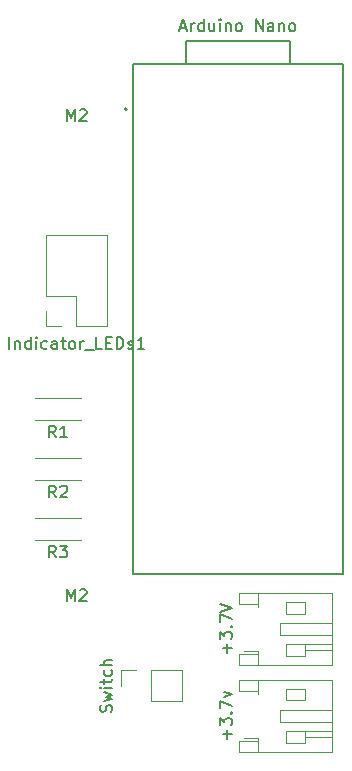
<source format=gbr>
%TF.GenerationSoftware,KiCad,Pcbnew,(6.0.6)*%
%TF.CreationDate,2022-07-20T09:39:35-07:00*%
%TF.ProjectId,ElectronicEggDrop,456c6563-7472-46f6-9e69-634567674472,rev?*%
%TF.SameCoordinates,Original*%
%TF.FileFunction,Legend,Top*%
%TF.FilePolarity,Positive*%
%FSLAX46Y46*%
G04 Gerber Fmt 4.6, Leading zero omitted, Abs format (unit mm)*
G04 Created by KiCad (PCBNEW (6.0.6)) date 2022-07-20 09:39:35*
%MOMM*%
%LPD*%
G01*
G04 APERTURE LIST*
%ADD10C,0.150000*%
%ADD11C,0.127000*%
%ADD12C,0.200000*%
%ADD13C,0.120000*%
G04 APERTURE END LIST*
D10*
X116030476Y-127452380D02*
X116030476Y-126452380D01*
X116363809Y-127166666D01*
X116697142Y-126452380D01*
X116697142Y-127452380D01*
X117125714Y-126547619D02*
X117173333Y-126500000D01*
X117268571Y-126452380D01*
X117506666Y-126452380D01*
X117601904Y-126500000D01*
X117649523Y-126547619D01*
X117697142Y-126642857D01*
X117697142Y-126738095D01*
X117649523Y-126880952D01*
X117078095Y-127452380D01*
X117697142Y-127452380D01*
X116030476Y-86812380D02*
X116030476Y-85812380D01*
X116363809Y-86526666D01*
X116697142Y-85812380D01*
X116697142Y-86812380D01*
X117125714Y-85907619D02*
X117173333Y-85860000D01*
X117268571Y-85812380D01*
X117506666Y-85812380D01*
X117601904Y-85860000D01*
X117649523Y-85907619D01*
X117697142Y-86002857D01*
X117697142Y-86098095D01*
X117649523Y-86240952D01*
X117078095Y-86812380D01*
X117697142Y-86812380D01*
%TO.C,Arduino Nano*%
X125653880Y-78906666D02*
X126130070Y-78906666D01*
X125558642Y-79192380D02*
X125891975Y-78192380D01*
X126225308Y-79192380D01*
X126558642Y-79192380D02*
X126558642Y-78525714D01*
X126558642Y-78716190D02*
X126606261Y-78620952D01*
X126653880Y-78573333D01*
X126749118Y-78525714D01*
X126844356Y-78525714D01*
X127606261Y-79192380D02*
X127606261Y-78192380D01*
X127606261Y-79144761D02*
X127511023Y-79192380D01*
X127320546Y-79192380D01*
X127225308Y-79144761D01*
X127177689Y-79097142D01*
X127130070Y-79001904D01*
X127130070Y-78716190D01*
X127177689Y-78620952D01*
X127225308Y-78573333D01*
X127320546Y-78525714D01*
X127511023Y-78525714D01*
X127606261Y-78573333D01*
X128511023Y-78525714D02*
X128511023Y-79192380D01*
X128082451Y-78525714D02*
X128082451Y-79049523D01*
X128130070Y-79144761D01*
X128225308Y-79192380D01*
X128368165Y-79192380D01*
X128463403Y-79144761D01*
X128511023Y-79097142D01*
X128987213Y-79192380D02*
X128987213Y-78525714D01*
X128987213Y-78192380D02*
X128939594Y-78240000D01*
X128987213Y-78287619D01*
X129034832Y-78240000D01*
X128987213Y-78192380D01*
X128987213Y-78287619D01*
X129463403Y-78525714D02*
X129463403Y-79192380D01*
X129463403Y-78620952D02*
X129511023Y-78573333D01*
X129606261Y-78525714D01*
X129749118Y-78525714D01*
X129844356Y-78573333D01*
X129891975Y-78668571D01*
X129891975Y-79192380D01*
X130511023Y-79192380D02*
X130415784Y-79144761D01*
X130368165Y-79097142D01*
X130320546Y-79001904D01*
X130320546Y-78716190D01*
X130368165Y-78620952D01*
X130415784Y-78573333D01*
X130511023Y-78525714D01*
X130653880Y-78525714D01*
X130749118Y-78573333D01*
X130796737Y-78620952D01*
X130844356Y-78716190D01*
X130844356Y-79001904D01*
X130796737Y-79097142D01*
X130749118Y-79144761D01*
X130653880Y-79192380D01*
X130511023Y-79192380D01*
X132034832Y-79192380D02*
X132034832Y-78192380D01*
X132606261Y-79192380D01*
X132606261Y-78192380D01*
X133511023Y-79192380D02*
X133511023Y-78668571D01*
X133463403Y-78573333D01*
X133368165Y-78525714D01*
X133177689Y-78525714D01*
X133082451Y-78573333D01*
X133511023Y-79144761D02*
X133415784Y-79192380D01*
X133177689Y-79192380D01*
X133082451Y-79144761D01*
X133034832Y-79049523D01*
X133034832Y-78954285D01*
X133082451Y-78859047D01*
X133177689Y-78811428D01*
X133415784Y-78811428D01*
X133511023Y-78763809D01*
X133987213Y-78525714D02*
X133987213Y-79192380D01*
X133987213Y-78620952D02*
X134034832Y-78573333D01*
X134130070Y-78525714D01*
X134272927Y-78525714D01*
X134368165Y-78573333D01*
X134415784Y-78668571D01*
X134415784Y-79192380D01*
X135034832Y-79192380D02*
X134939594Y-79144761D01*
X134891975Y-79097142D01*
X134844356Y-79001904D01*
X134844356Y-78716190D01*
X134891975Y-78620952D01*
X134939594Y-78573333D01*
X135034832Y-78525714D01*
X135177689Y-78525714D01*
X135272927Y-78573333D01*
X135320546Y-78620952D01*
X135368165Y-78716190D01*
X135368165Y-79001904D01*
X135320546Y-79097142D01*
X135272927Y-79144761D01*
X135177689Y-79192380D01*
X135034832Y-79192380D01*
%TO.C,+3.7v*%
X129601428Y-139112380D02*
X129601428Y-138350476D01*
X129982380Y-138731428D02*
X129220476Y-138731428D01*
X128982380Y-137969523D02*
X128982380Y-137350476D01*
X129363333Y-137683809D01*
X129363333Y-137540952D01*
X129410952Y-137445714D01*
X129458571Y-137398095D01*
X129553809Y-137350476D01*
X129791904Y-137350476D01*
X129887142Y-137398095D01*
X129934761Y-137445714D01*
X129982380Y-137540952D01*
X129982380Y-137826666D01*
X129934761Y-137921904D01*
X129887142Y-137969523D01*
X129887142Y-136921904D02*
X129934761Y-136874285D01*
X129982380Y-136921904D01*
X129934761Y-136969523D01*
X129887142Y-136921904D01*
X129982380Y-136921904D01*
X128982380Y-136540952D02*
X128982380Y-135874285D01*
X129982380Y-136302857D01*
X129315714Y-135588571D02*
X129982380Y-135350476D01*
X129315714Y-135112380D01*
%TO.C,R2*%
X115104356Y-118663597D02*
X114771023Y-118187407D01*
X114532927Y-118663597D02*
X114532927Y-117663597D01*
X114913880Y-117663597D01*
X115009118Y-117711217D01*
X115056737Y-117758836D01*
X115104356Y-117854074D01*
X115104356Y-117996931D01*
X115056737Y-118092169D01*
X115009118Y-118139788D01*
X114913880Y-118187407D01*
X114532927Y-118187407D01*
X115485308Y-117758836D02*
X115532927Y-117711217D01*
X115628165Y-117663597D01*
X115866261Y-117663597D01*
X115961499Y-117711217D01*
X116009118Y-117758836D01*
X116056737Y-117854074D01*
X116056737Y-117949312D01*
X116009118Y-118092169D01*
X115437689Y-118663597D01*
X116056737Y-118663597D01*
%TO.C,Indicator_LEDs1*%
X111149523Y-106092380D02*
X111149523Y-105092380D01*
X111625714Y-105425714D02*
X111625714Y-106092380D01*
X111625714Y-105520952D02*
X111673333Y-105473333D01*
X111768571Y-105425714D01*
X111911428Y-105425714D01*
X112006666Y-105473333D01*
X112054285Y-105568571D01*
X112054285Y-106092380D01*
X112959047Y-106092380D02*
X112959047Y-105092380D01*
X112959047Y-106044761D02*
X112863809Y-106092380D01*
X112673333Y-106092380D01*
X112578095Y-106044761D01*
X112530476Y-105997142D01*
X112482857Y-105901904D01*
X112482857Y-105616190D01*
X112530476Y-105520952D01*
X112578095Y-105473333D01*
X112673333Y-105425714D01*
X112863809Y-105425714D01*
X112959047Y-105473333D01*
X113435238Y-106092380D02*
X113435238Y-105425714D01*
X113435238Y-105092380D02*
X113387619Y-105140000D01*
X113435238Y-105187619D01*
X113482857Y-105140000D01*
X113435238Y-105092380D01*
X113435238Y-105187619D01*
X114340000Y-106044761D02*
X114244761Y-106092380D01*
X114054285Y-106092380D01*
X113959047Y-106044761D01*
X113911428Y-105997142D01*
X113863809Y-105901904D01*
X113863809Y-105616190D01*
X113911428Y-105520952D01*
X113959047Y-105473333D01*
X114054285Y-105425714D01*
X114244761Y-105425714D01*
X114340000Y-105473333D01*
X115197142Y-106092380D02*
X115197142Y-105568571D01*
X115149523Y-105473333D01*
X115054285Y-105425714D01*
X114863809Y-105425714D01*
X114768571Y-105473333D01*
X115197142Y-106044761D02*
X115101904Y-106092380D01*
X114863809Y-106092380D01*
X114768571Y-106044761D01*
X114720952Y-105949523D01*
X114720952Y-105854285D01*
X114768571Y-105759047D01*
X114863809Y-105711428D01*
X115101904Y-105711428D01*
X115197142Y-105663809D01*
X115530476Y-105425714D02*
X115911428Y-105425714D01*
X115673333Y-105092380D02*
X115673333Y-105949523D01*
X115720952Y-106044761D01*
X115816190Y-106092380D01*
X115911428Y-106092380D01*
X116387619Y-106092380D02*
X116292380Y-106044761D01*
X116244761Y-105997142D01*
X116197142Y-105901904D01*
X116197142Y-105616190D01*
X116244761Y-105520952D01*
X116292380Y-105473333D01*
X116387619Y-105425714D01*
X116530476Y-105425714D01*
X116625714Y-105473333D01*
X116673333Y-105520952D01*
X116720952Y-105616190D01*
X116720952Y-105901904D01*
X116673333Y-105997142D01*
X116625714Y-106044761D01*
X116530476Y-106092380D01*
X116387619Y-106092380D01*
X117149523Y-106092380D02*
X117149523Y-105425714D01*
X117149523Y-105616190D02*
X117197142Y-105520952D01*
X117244761Y-105473333D01*
X117340000Y-105425714D01*
X117435238Y-105425714D01*
X117530476Y-106187619D02*
X118292380Y-106187619D01*
X119006666Y-106092380D02*
X118530476Y-106092380D01*
X118530476Y-105092380D01*
X119340000Y-105568571D02*
X119673333Y-105568571D01*
X119816190Y-106092380D02*
X119340000Y-106092380D01*
X119340000Y-105092380D01*
X119816190Y-105092380D01*
X120244761Y-106092380D02*
X120244761Y-105092380D01*
X120482857Y-105092380D01*
X120625714Y-105140000D01*
X120720952Y-105235238D01*
X120768571Y-105330476D01*
X120816190Y-105520952D01*
X120816190Y-105663809D01*
X120768571Y-105854285D01*
X120720952Y-105949523D01*
X120625714Y-106044761D01*
X120482857Y-106092380D01*
X120244761Y-106092380D01*
X121197142Y-106044761D02*
X121292380Y-106092380D01*
X121482857Y-106092380D01*
X121578095Y-106044761D01*
X121625714Y-105949523D01*
X121625714Y-105901904D01*
X121578095Y-105806666D01*
X121482857Y-105759047D01*
X121340000Y-105759047D01*
X121244761Y-105711428D01*
X121197142Y-105616190D01*
X121197142Y-105568571D01*
X121244761Y-105473333D01*
X121340000Y-105425714D01*
X121482857Y-105425714D01*
X121578095Y-105473333D01*
X122578095Y-106092380D02*
X122006666Y-106092380D01*
X122292380Y-106092380D02*
X122292380Y-105092380D01*
X122197142Y-105235238D01*
X122101904Y-105330476D01*
X122006666Y-105378095D01*
%TO.C,R3*%
X115104356Y-123743597D02*
X114771023Y-123267407D01*
X114532927Y-123743597D02*
X114532927Y-122743597D01*
X114913880Y-122743597D01*
X115009118Y-122791217D01*
X115056737Y-122838836D01*
X115104356Y-122934074D01*
X115104356Y-123076931D01*
X115056737Y-123172169D01*
X115009118Y-123219788D01*
X114913880Y-123267407D01*
X114532927Y-123267407D01*
X115437689Y-122743597D02*
X116056737Y-122743597D01*
X115723403Y-123124550D01*
X115866261Y-123124550D01*
X115961499Y-123172169D01*
X116009118Y-123219788D01*
X116056737Y-123315026D01*
X116056737Y-123553121D01*
X116009118Y-123648359D01*
X115961499Y-123695978D01*
X115866261Y-123743597D01*
X115580546Y-123743597D01*
X115485308Y-123695978D01*
X115437689Y-123648359D01*
%TO.C,Switch*%
X119784761Y-136834285D02*
X119832380Y-136691428D01*
X119832380Y-136453333D01*
X119784761Y-136358095D01*
X119737142Y-136310476D01*
X119641904Y-136262857D01*
X119546666Y-136262857D01*
X119451428Y-136310476D01*
X119403809Y-136358095D01*
X119356190Y-136453333D01*
X119308571Y-136643809D01*
X119260952Y-136739047D01*
X119213333Y-136786666D01*
X119118095Y-136834285D01*
X119022857Y-136834285D01*
X118927619Y-136786666D01*
X118880000Y-136739047D01*
X118832380Y-136643809D01*
X118832380Y-136405714D01*
X118880000Y-136262857D01*
X119165714Y-135929523D02*
X119832380Y-135739047D01*
X119356190Y-135548571D01*
X119832380Y-135358095D01*
X119165714Y-135167619D01*
X119832380Y-134786666D02*
X119165714Y-134786666D01*
X118832380Y-134786666D02*
X118880000Y-134834285D01*
X118927619Y-134786666D01*
X118880000Y-134739047D01*
X118832380Y-134786666D01*
X118927619Y-134786666D01*
X119165714Y-134453333D02*
X119165714Y-134072380D01*
X118832380Y-134310476D02*
X119689523Y-134310476D01*
X119784761Y-134262857D01*
X119832380Y-134167619D01*
X119832380Y-134072380D01*
X119784761Y-133310476D02*
X119832380Y-133405714D01*
X119832380Y-133596190D01*
X119784761Y-133691428D01*
X119737142Y-133739047D01*
X119641904Y-133786666D01*
X119356190Y-133786666D01*
X119260952Y-133739047D01*
X119213333Y-133691428D01*
X119165714Y-133596190D01*
X119165714Y-133405714D01*
X119213333Y-133310476D01*
X119832380Y-132881904D02*
X118832380Y-132881904D01*
X119832380Y-132453333D02*
X119308571Y-132453333D01*
X119213333Y-132500952D01*
X119165714Y-132596190D01*
X119165714Y-132739047D01*
X119213333Y-132834285D01*
X119260952Y-132881904D01*
%TO.C,R1*%
X115104356Y-113583597D02*
X114771023Y-113107407D01*
X114532927Y-113583597D02*
X114532927Y-112583597D01*
X114913880Y-112583597D01*
X115009118Y-112631217D01*
X115056737Y-112678836D01*
X115104356Y-112774074D01*
X115104356Y-112916931D01*
X115056737Y-113012169D01*
X115009118Y-113059788D01*
X114913880Y-113107407D01*
X114532927Y-113107407D01*
X116056737Y-113583597D02*
X115485308Y-113583597D01*
X115771023Y-113583597D02*
X115771023Y-112583597D01*
X115675784Y-112726455D01*
X115580546Y-112821693D01*
X115485308Y-112869312D01*
%TO.C,+3.7V*%
X129601428Y-131810000D02*
X129601428Y-131048095D01*
X129982380Y-131429047D02*
X129220476Y-131429047D01*
X128982380Y-130667142D02*
X128982380Y-130048095D01*
X129363333Y-130381428D01*
X129363333Y-130238571D01*
X129410952Y-130143333D01*
X129458571Y-130095714D01*
X129553809Y-130048095D01*
X129791904Y-130048095D01*
X129887142Y-130095714D01*
X129934761Y-130143333D01*
X129982380Y-130238571D01*
X129982380Y-130524285D01*
X129934761Y-130619523D01*
X129887142Y-130667142D01*
X129887142Y-129619523D02*
X129934761Y-129571904D01*
X129982380Y-129619523D01*
X129934761Y-129667142D01*
X129887142Y-129619523D01*
X129982380Y-129619523D01*
X128982380Y-129238571D02*
X128982380Y-128571904D01*
X129982380Y-129000476D01*
X128982380Y-128333809D02*
X129982380Y-128000476D01*
X128982380Y-127667142D01*
D11*
%TO.C,Arduino Nano*%
X126111023Y-82001217D02*
X121626023Y-82001217D01*
X134911023Y-80001217D02*
X126111023Y-80001217D01*
X126111023Y-80001217D02*
X126111023Y-82001217D01*
X121626023Y-82001217D02*
X121626023Y-125181217D01*
X121626023Y-125181217D02*
X139396023Y-125181217D01*
X134911023Y-82001217D02*
X126111023Y-82001217D01*
X139396023Y-125181217D02*
X139396023Y-82001217D01*
X139396023Y-82001217D02*
X134911023Y-82001217D01*
X134911023Y-82001217D02*
X134911023Y-80001217D01*
D12*
X121111023Y-85811217D02*
G75*
G03*
X121111023Y-85811217I-100000J0D01*
G01*
D13*
%TO.C,+3.7v*%
X138440000Y-134100000D02*
X130620000Y-134100000D01*
X134580000Y-139460000D02*
X136180000Y-139460000D01*
X136180000Y-134860000D02*
X136180000Y-135860000D01*
X132220000Y-140220000D02*
X132220000Y-139300000D01*
X130620000Y-134100000D02*
X130620000Y-135020000D01*
X136180000Y-138460000D02*
X138440000Y-138460000D01*
X134080000Y-136660000D02*
X138440000Y-136660000D01*
X138440000Y-140220000D02*
X138440000Y-134100000D01*
X132220000Y-139300000D02*
X130620000Y-139300000D01*
X134580000Y-134860000D02*
X136180000Y-134860000D01*
X134580000Y-135860000D02*
X134580000Y-134860000D01*
X130620000Y-135020000D02*
X132220000Y-135020000D01*
X132220000Y-135020000D02*
X132220000Y-135300000D01*
X136180000Y-138460000D02*
X134580000Y-138460000D01*
X136180000Y-138960000D02*
X138440000Y-138960000D01*
X132220000Y-134100000D02*
X132220000Y-135020000D01*
X138440000Y-137660000D02*
X134080000Y-137660000D01*
X130620000Y-139300000D02*
X130620000Y-140220000D01*
X130620000Y-140220000D02*
X138440000Y-140220000D01*
X132220000Y-139020000D02*
X132220000Y-139300000D01*
X134080000Y-137660000D02*
X134080000Y-136660000D01*
X136180000Y-139460000D02*
X136180000Y-138460000D01*
X132220000Y-139020000D02*
X131005000Y-139020000D01*
X136180000Y-135860000D02*
X134580000Y-135860000D01*
X134580000Y-138460000D02*
X134580000Y-139460000D01*
%TO.C,R2*%
X117191023Y-115371217D02*
X113351023Y-115371217D01*
X117191023Y-117211217D02*
X113351023Y-117211217D01*
%TO.C,Indicator_LEDs1*%
X119440000Y-104200000D02*
X119440000Y-96460000D01*
X116840000Y-101600000D02*
X114240000Y-101600000D01*
X114240000Y-104200000D02*
X114240000Y-102870000D01*
X114240000Y-101600000D02*
X114240000Y-96460000D01*
X119440000Y-96460000D02*
X114240000Y-96460000D01*
X115570000Y-104200000D02*
X114240000Y-104200000D01*
X119440000Y-104200000D02*
X116840000Y-104200000D01*
X116840000Y-104200000D02*
X116840000Y-101600000D01*
%TO.C,R3*%
X117191023Y-120451217D02*
X113351023Y-120451217D01*
X117191023Y-122291217D02*
X113351023Y-122291217D01*
%TO.C,Switch*%
X123190000Y-135950000D02*
X123190000Y-133290000D01*
X125790000Y-135950000D02*
X125790000Y-133290000D01*
X123190000Y-133290000D02*
X125790000Y-133290000D01*
X120590000Y-134620000D02*
X120590000Y-133290000D01*
X123190000Y-135950000D02*
X125790000Y-135950000D01*
X120590000Y-133290000D02*
X121920000Y-133290000D01*
%TO.C,R1*%
X117191023Y-110291217D02*
X113351023Y-110291217D01*
X117191023Y-112131217D02*
X113351023Y-112131217D01*
%TO.C,+3.7V*%
X132220000Y-131950000D02*
X130620000Y-131950000D01*
X132220000Y-127670000D02*
X132220000Y-127950000D01*
X130620000Y-126750000D02*
X130620000Y-127670000D01*
X134580000Y-128510000D02*
X134580000Y-127510000D01*
X132220000Y-131670000D02*
X132220000Y-131950000D01*
X132220000Y-132870000D02*
X132220000Y-131950000D01*
X134080000Y-129310000D02*
X138440000Y-129310000D01*
X138440000Y-130310000D02*
X134080000Y-130310000D01*
X132220000Y-126750000D02*
X132220000Y-127670000D01*
X134080000Y-130310000D02*
X134080000Y-129310000D01*
X134580000Y-131110000D02*
X134580000Y-132110000D01*
X132220000Y-131670000D02*
X131005000Y-131670000D01*
X134580000Y-127510000D02*
X136180000Y-127510000D01*
X136180000Y-132110000D02*
X136180000Y-131110000D01*
X130620000Y-131950000D02*
X130620000Y-132870000D01*
X134580000Y-132110000D02*
X136180000Y-132110000D01*
X136180000Y-128510000D02*
X134580000Y-128510000D01*
X136180000Y-127510000D02*
X136180000Y-128510000D01*
X136180000Y-131110000D02*
X138440000Y-131110000D01*
X136180000Y-131610000D02*
X138440000Y-131610000D01*
X138440000Y-126750000D02*
X130620000Y-126750000D01*
X136180000Y-131110000D02*
X134580000Y-131110000D01*
X130620000Y-127670000D02*
X132220000Y-127670000D01*
X138440000Y-132870000D02*
X138440000Y-126750000D01*
X130620000Y-132870000D02*
X138440000Y-132870000D01*
%TD*%
M02*

</source>
